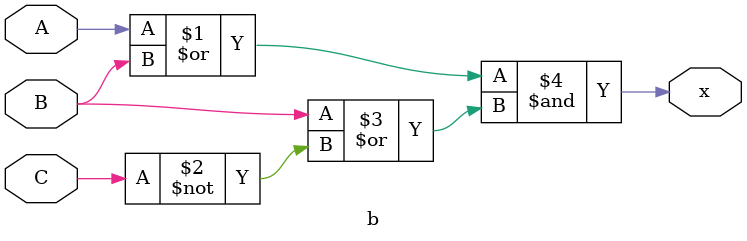
<source format=sv>
module b(
    input A,B,C,
    output x
);
assign x=(A|B)&(B|~C);
endmodule
</source>
